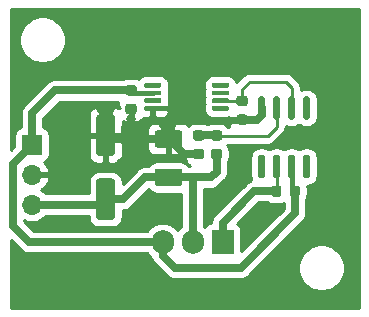
<source format=gbr>
%TF.GenerationSoftware,KiCad,Pcbnew,5.1.6-c6e7f7d~87~ubuntu18.04.1*%
%TF.CreationDate,2021-12-22T00:50:18-08:00*%
%TF.ProjectId,portable-voltage-regulator,706f7274-6162-46c6-952d-766f6c746167,rev?*%
%TF.SameCoordinates,Original*%
%TF.FileFunction,Copper,L1,Top*%
%TF.FilePolarity,Positive*%
%FSLAX46Y46*%
G04 Gerber Fmt 4.6, Leading zero omitted, Abs format (unit mm)*
G04 Created by KiCad (PCBNEW 5.1.6-c6e7f7d~87~ubuntu18.04.1) date 2021-12-22 00:50:18*
%MOMM*%
%LPD*%
G01*
G04 APERTURE LIST*
%TA.AperFunction,ComponentPad*%
%ADD10O,1.905000X2.000000*%
%TD*%
%TA.AperFunction,ComponentPad*%
%ADD11R,1.905000X2.000000*%
%TD*%
%TA.AperFunction,ComponentPad*%
%ADD12O,1.700000X1.700000*%
%TD*%
%TA.AperFunction,ComponentPad*%
%ADD13R,1.700000X1.700000*%
%TD*%
%TA.AperFunction,ViaPad*%
%ADD14C,0.800000*%
%TD*%
%TA.AperFunction,Conductor*%
%ADD15C,0.381000*%
%TD*%
%TA.AperFunction,Conductor*%
%ADD16C,0.635000*%
%TD*%
%TA.AperFunction,Conductor*%
%ADD17C,0.254000*%
%TD*%
G04 APERTURE END LIST*
%TO.P,U2,8*%
%TO.N,Net-(U2-Pad8)*%
%TA.AperFunction,SMDPad,CuDef*%
G36*
G01*
X165458000Y-96877000D02*
X165758000Y-96877000D01*
G75*
G02*
X165908000Y-97027000I0J-150000D01*
G01*
X165908000Y-98677000D01*
G75*
G02*
X165758000Y-98827000I-150000J0D01*
G01*
X165458000Y-98827000D01*
G75*
G02*
X165308000Y-98677000I0J150000D01*
G01*
X165308000Y-97027000D01*
G75*
G02*
X165458000Y-96877000I150000J0D01*
G01*
G37*
%TD.AperFunction*%
%TO.P,U2,7*%
%TO.N,+9V*%
%TA.AperFunction,SMDPad,CuDef*%
G36*
G01*
X164188000Y-96877000D02*
X164488000Y-96877000D01*
G75*
G02*
X164638000Y-97027000I0J-150000D01*
G01*
X164638000Y-98677000D01*
G75*
G02*
X164488000Y-98827000I-150000J0D01*
G01*
X164188000Y-98827000D01*
G75*
G02*
X164038000Y-98677000I0J150000D01*
G01*
X164038000Y-97027000D01*
G75*
G02*
X164188000Y-96877000I150000J0D01*
G01*
G37*
%TD.AperFunction*%
%TO.P,U2,6*%
%TO.N,Net-(Q1-Pad1)*%
%TA.AperFunction,SMDPad,CuDef*%
G36*
G01*
X162918000Y-96877000D02*
X163218000Y-96877000D01*
G75*
G02*
X163368000Y-97027000I0J-150000D01*
G01*
X163368000Y-98677000D01*
G75*
G02*
X163218000Y-98827000I-150000J0D01*
G01*
X162918000Y-98827000D01*
G75*
G02*
X162768000Y-98677000I0J150000D01*
G01*
X162768000Y-97027000D01*
G75*
G02*
X162918000Y-96877000I150000J0D01*
G01*
G37*
%TD.AperFunction*%
%TO.P,U2,5*%
%TO.N,Net-(U2-Pad5)*%
%TA.AperFunction,SMDPad,CuDef*%
G36*
G01*
X161648000Y-96877000D02*
X161948000Y-96877000D01*
G75*
G02*
X162098000Y-97027000I0J-150000D01*
G01*
X162098000Y-98677000D01*
G75*
G02*
X161948000Y-98827000I-150000J0D01*
G01*
X161648000Y-98827000D01*
G75*
G02*
X161498000Y-98677000I0J150000D01*
G01*
X161498000Y-97027000D01*
G75*
G02*
X161648000Y-96877000I150000J0D01*
G01*
G37*
%TD.AperFunction*%
%TO.P,U2,4*%
%TO.N,GND*%
%TA.AperFunction,SMDPad,CuDef*%
G36*
G01*
X161648000Y-91927000D02*
X161948000Y-91927000D01*
G75*
G02*
X162098000Y-92077000I0J-150000D01*
G01*
X162098000Y-93727000D01*
G75*
G02*
X161948000Y-93877000I-150000J0D01*
G01*
X161648000Y-93877000D01*
G75*
G02*
X161498000Y-93727000I0J150000D01*
G01*
X161498000Y-92077000D01*
G75*
G02*
X161648000Y-91927000I150000J0D01*
G01*
G37*
%TD.AperFunction*%
%TO.P,U2,3*%
%TO.N,Net-(R1-Pad1)*%
%TA.AperFunction,SMDPad,CuDef*%
G36*
G01*
X162918000Y-91927000D02*
X163218000Y-91927000D01*
G75*
G02*
X163368000Y-92077000I0J-150000D01*
G01*
X163368000Y-93727000D01*
G75*
G02*
X163218000Y-93877000I-150000J0D01*
G01*
X162918000Y-93877000D01*
G75*
G02*
X162768000Y-93727000I0J150000D01*
G01*
X162768000Y-92077000D01*
G75*
G02*
X162918000Y-91927000I150000J0D01*
G01*
G37*
%TD.AperFunction*%
%TO.P,U2,2*%
%TO.N,Net-(C4-Pad1)*%
%TA.AperFunction,SMDPad,CuDef*%
G36*
G01*
X164188000Y-91927000D02*
X164488000Y-91927000D01*
G75*
G02*
X164638000Y-92077000I0J-150000D01*
G01*
X164638000Y-93727000D01*
G75*
G02*
X164488000Y-93877000I-150000J0D01*
G01*
X164188000Y-93877000D01*
G75*
G02*
X164038000Y-93727000I0J150000D01*
G01*
X164038000Y-92077000D01*
G75*
G02*
X164188000Y-91927000I150000J0D01*
G01*
G37*
%TD.AperFunction*%
%TO.P,U2,1*%
%TO.N,Net-(U2-Pad1)*%
%TA.AperFunction,SMDPad,CuDef*%
G36*
G01*
X165458000Y-91927000D02*
X165758000Y-91927000D01*
G75*
G02*
X165908000Y-92077000I0J-150000D01*
G01*
X165908000Y-93727000D01*
G75*
G02*
X165758000Y-93877000I-150000J0D01*
G01*
X165458000Y-93877000D01*
G75*
G02*
X165308000Y-93727000I0J150000D01*
G01*
X165308000Y-92077000D01*
G75*
G02*
X165458000Y-91927000I150000J0D01*
G01*
G37*
%TD.AperFunction*%
%TD*%
%TO.P,C2,2*%
%TO.N,GND*%
%TA.AperFunction,SMDPad,CuDef*%
G36*
G01*
X149140000Y-96967000D02*
X148040000Y-96967000D01*
G75*
G02*
X147790000Y-96717000I0J250000D01*
G01*
X147790000Y-93717000D01*
G75*
G02*
X148040000Y-93467000I250000J0D01*
G01*
X149140000Y-93467000D01*
G75*
G02*
X149390000Y-93717000I0J-250000D01*
G01*
X149390000Y-96717000D01*
G75*
G02*
X149140000Y-96967000I-250000J0D01*
G01*
G37*
%TD.AperFunction*%
%TO.P,C2,1*%
%TO.N,/Vout*%
%TA.AperFunction,SMDPad,CuDef*%
G36*
G01*
X149140000Y-102367000D02*
X148040000Y-102367000D01*
G75*
G02*
X147790000Y-102117000I0J250000D01*
G01*
X147790000Y-99117000D01*
G75*
G02*
X148040000Y-98867000I250000J0D01*
G01*
X149140000Y-98867000D01*
G75*
G02*
X149390000Y-99117000I0J-250000D01*
G01*
X149390000Y-102117000D01*
G75*
G02*
X149140000Y-102367000I-250000J0D01*
G01*
G37*
%TD.AperFunction*%
%TD*%
%TO.P,U1,8*%
%TO.N,Net-(U1-Pad8)*%
%TA.AperFunction,SMDPad,CuDef*%
G36*
G01*
X157573000Y-91073000D02*
X157573000Y-90873000D01*
G75*
G02*
X157673000Y-90773000I100000J0D01*
G01*
X158948000Y-90773000D01*
G75*
G02*
X159048000Y-90873000I0J-100000D01*
G01*
X159048000Y-91073000D01*
G75*
G02*
X158948000Y-91173000I-100000J0D01*
G01*
X157673000Y-91173000D01*
G75*
G02*
X157573000Y-91073000I0J100000D01*
G01*
G37*
%TD.AperFunction*%
%TO.P,U1,7*%
%TO.N,Net-(U1-Pad7)*%
%TA.AperFunction,SMDPad,CuDef*%
G36*
G01*
X157573000Y-91723000D02*
X157573000Y-91523000D01*
G75*
G02*
X157673000Y-91423000I100000J0D01*
G01*
X158948000Y-91423000D01*
G75*
G02*
X159048000Y-91523000I0J-100000D01*
G01*
X159048000Y-91723000D01*
G75*
G02*
X158948000Y-91823000I-100000J0D01*
G01*
X157673000Y-91823000D01*
G75*
G02*
X157573000Y-91723000I0J100000D01*
G01*
G37*
%TD.AperFunction*%
%TO.P,U1,6*%
%TO.N,Net-(C4-Pad1)*%
%TA.AperFunction,SMDPad,CuDef*%
G36*
G01*
X157573000Y-92373000D02*
X157573000Y-92173000D01*
G75*
G02*
X157673000Y-92073000I100000J0D01*
G01*
X158948000Y-92073000D01*
G75*
G02*
X159048000Y-92173000I0J-100000D01*
G01*
X159048000Y-92373000D01*
G75*
G02*
X158948000Y-92473000I-100000J0D01*
G01*
X157673000Y-92473000D01*
G75*
G02*
X157573000Y-92373000I0J100000D01*
G01*
G37*
%TD.AperFunction*%
%TO.P,U1,5*%
%TO.N,Net-(U1-Pad5)*%
%TA.AperFunction,SMDPad,CuDef*%
G36*
G01*
X157573000Y-93023000D02*
X157573000Y-92823000D01*
G75*
G02*
X157673000Y-92723000I100000J0D01*
G01*
X158948000Y-92723000D01*
G75*
G02*
X159048000Y-92823000I0J-100000D01*
G01*
X159048000Y-93023000D01*
G75*
G02*
X158948000Y-93123000I-100000J0D01*
G01*
X157673000Y-93123000D01*
G75*
G02*
X157573000Y-93023000I0J100000D01*
G01*
G37*
%TD.AperFunction*%
%TO.P,U1,4*%
%TO.N,GND*%
%TA.AperFunction,SMDPad,CuDef*%
G36*
G01*
X151848000Y-93023000D02*
X151848000Y-92823000D01*
G75*
G02*
X151948000Y-92723000I100000J0D01*
G01*
X153223000Y-92723000D01*
G75*
G02*
X153323000Y-92823000I0J-100000D01*
G01*
X153323000Y-93023000D01*
G75*
G02*
X153223000Y-93123000I-100000J0D01*
G01*
X151948000Y-93123000D01*
G75*
G02*
X151848000Y-93023000I0J100000D01*
G01*
G37*
%TD.AperFunction*%
%TO.P,U1,3*%
%TO.N,Net-(U1-Pad3)*%
%TA.AperFunction,SMDPad,CuDef*%
G36*
G01*
X151848000Y-92373000D02*
X151848000Y-92173000D01*
G75*
G02*
X151948000Y-92073000I100000J0D01*
G01*
X153223000Y-92073000D01*
G75*
G02*
X153323000Y-92173000I0J-100000D01*
G01*
X153323000Y-92373000D01*
G75*
G02*
X153223000Y-92473000I-100000J0D01*
G01*
X151948000Y-92473000D01*
G75*
G02*
X151848000Y-92373000I0J100000D01*
G01*
G37*
%TD.AperFunction*%
%TO.P,U1,2*%
%TO.N,+9V*%
%TA.AperFunction,SMDPad,CuDef*%
G36*
G01*
X151848000Y-91723000D02*
X151848000Y-91523000D01*
G75*
G02*
X151948000Y-91423000I100000J0D01*
G01*
X153223000Y-91423000D01*
G75*
G02*
X153323000Y-91523000I0J-100000D01*
G01*
X153323000Y-91723000D01*
G75*
G02*
X153223000Y-91823000I-100000J0D01*
G01*
X151948000Y-91823000D01*
G75*
G02*
X151848000Y-91723000I0J100000D01*
G01*
G37*
%TD.AperFunction*%
%TO.P,U1,1*%
%TO.N,Net-(U1-Pad1)*%
%TA.AperFunction,SMDPad,CuDef*%
G36*
G01*
X151848000Y-91073000D02*
X151848000Y-90873000D01*
G75*
G02*
X151948000Y-90773000I100000J0D01*
G01*
X153223000Y-90773000D01*
G75*
G02*
X153323000Y-90873000I0J-100000D01*
G01*
X153323000Y-91073000D01*
G75*
G02*
X153223000Y-91173000I-100000J0D01*
G01*
X151948000Y-91173000D01*
G75*
G02*
X151848000Y-91073000I0J100000D01*
G01*
G37*
%TD.AperFunction*%
%TD*%
D10*
%TO.P,Q1,3*%
%TO.N,+9V*%
X153416000Y-104267000D03*
%TO.P,Q1,2*%
%TO.N,/Vout*%
X155956000Y-104267000D03*
D11*
%TO.P,Q1,1*%
%TO.N,Net-(Q1-Pad1)*%
X158496000Y-104267000D03*
%TD*%
D12*
%TO.P,J1,3*%
%TO.N,/Vout*%
X142367000Y-101092000D03*
%TO.P,J1,2*%
%TO.N,GND*%
X142367000Y-98552000D03*
D13*
%TO.P,J1,1*%
%TO.N,+9V*%
X142367000Y-96012000D03*
%TD*%
%TO.P,C4,2*%
%TO.N,GND*%
%TA.AperFunction,SMDPad,CuDef*%
G36*
G01*
X159890750Y-93441000D02*
X160403250Y-93441000D01*
G75*
G02*
X160622000Y-93659750I0J-218750D01*
G01*
X160622000Y-94097250D01*
G75*
G02*
X160403250Y-94316000I-218750J0D01*
G01*
X159890750Y-94316000D01*
G75*
G02*
X159672000Y-94097250I0J218750D01*
G01*
X159672000Y-93659750D01*
G75*
G02*
X159890750Y-93441000I218750J0D01*
G01*
G37*
%TD.AperFunction*%
%TO.P,C4,1*%
%TO.N,Net-(C4-Pad1)*%
%TA.AperFunction,SMDPad,CuDef*%
G36*
G01*
X159890750Y-91866000D02*
X160403250Y-91866000D01*
G75*
G02*
X160622000Y-92084750I0J-218750D01*
G01*
X160622000Y-92522250D01*
G75*
G02*
X160403250Y-92741000I-218750J0D01*
G01*
X159890750Y-92741000D01*
G75*
G02*
X159672000Y-92522250I0J218750D01*
G01*
X159672000Y-92084750D01*
G75*
G02*
X159890750Y-91866000I218750J0D01*
G01*
G37*
%TD.AperFunction*%
%TD*%
%TO.P,C3,2*%
%TO.N,GND*%
%TA.AperFunction,SMDPad,CuDef*%
G36*
G01*
X150492750Y-92552000D02*
X151005250Y-92552000D01*
G75*
G02*
X151224000Y-92770750I0J-218750D01*
G01*
X151224000Y-93208250D01*
G75*
G02*
X151005250Y-93427000I-218750J0D01*
G01*
X150492750Y-93427000D01*
G75*
G02*
X150274000Y-93208250I0J218750D01*
G01*
X150274000Y-92770750D01*
G75*
G02*
X150492750Y-92552000I218750J0D01*
G01*
G37*
%TD.AperFunction*%
%TO.P,C3,1*%
%TO.N,+9V*%
%TA.AperFunction,SMDPad,CuDef*%
G36*
G01*
X150492750Y-90977000D02*
X151005250Y-90977000D01*
G75*
G02*
X151224000Y-91195750I0J-218750D01*
G01*
X151224000Y-91633250D01*
G75*
G02*
X151005250Y-91852000I-218750J0D01*
G01*
X150492750Y-91852000D01*
G75*
G02*
X150274000Y-91633250I0J218750D01*
G01*
X150274000Y-91195750D01*
G75*
G02*
X150492750Y-90977000I218750J0D01*
G01*
G37*
%TD.AperFunction*%
%TD*%
%TO.P,C1,2*%
%TO.N,GND*%
%TA.AperFunction,SMDPad,CuDef*%
G36*
G01*
X154849000Y-96280000D02*
X152999000Y-96280000D01*
G75*
G02*
X152749000Y-96030000I0J250000D01*
G01*
X152749000Y-95030000D01*
G75*
G02*
X152999000Y-94780000I250000J0D01*
G01*
X154849000Y-94780000D01*
G75*
G02*
X155099000Y-95030000I0J-250000D01*
G01*
X155099000Y-96030000D01*
G75*
G02*
X154849000Y-96280000I-250000J0D01*
G01*
G37*
%TD.AperFunction*%
%TO.P,C1,1*%
%TO.N,/Vout*%
%TA.AperFunction,SMDPad,CuDef*%
G36*
G01*
X154849000Y-99530000D02*
X152999000Y-99530000D01*
G75*
G02*
X152749000Y-99280000I0J250000D01*
G01*
X152749000Y-98280000D01*
G75*
G02*
X152999000Y-98030000I250000J0D01*
G01*
X154849000Y-98030000D01*
G75*
G02*
X155099000Y-98280000I0J-250000D01*
G01*
X155099000Y-99280000D01*
G75*
G02*
X154849000Y-99530000I-250000J0D01*
G01*
G37*
%TD.AperFunction*%
%TD*%
%TO.P,R3,2*%
%TO.N,Net-(Q1-Pad1)*%
%TA.AperFunction,SMDPad,CuDef*%
G36*
G01*
X163480000Y-99692750D02*
X163480000Y-100205250D01*
G75*
G02*
X163261250Y-100424000I-218750J0D01*
G01*
X162823750Y-100424000D01*
G75*
G02*
X162605000Y-100205250I0J218750D01*
G01*
X162605000Y-99692750D01*
G75*
G02*
X162823750Y-99474000I218750J0D01*
G01*
X163261250Y-99474000D01*
G75*
G02*
X163480000Y-99692750I0J-218750D01*
G01*
G37*
%TD.AperFunction*%
%TO.P,R3,1*%
%TO.N,+9V*%
%TA.AperFunction,SMDPad,CuDef*%
G36*
G01*
X165055000Y-99692750D02*
X165055000Y-100205250D01*
G75*
G02*
X164836250Y-100424000I-218750J0D01*
G01*
X164398750Y-100424000D01*
G75*
G02*
X164180000Y-100205250I0J218750D01*
G01*
X164180000Y-99692750D01*
G75*
G02*
X164398750Y-99474000I218750J0D01*
G01*
X164836250Y-99474000D01*
G75*
G02*
X165055000Y-99692750I0J-218750D01*
G01*
G37*
%TD.AperFunction*%
%TD*%
%TO.P,R2,2*%
%TO.N,Net-(R1-Pad1)*%
%TA.AperFunction,SMDPad,CuDef*%
G36*
G01*
X158244250Y-95662000D02*
X157731750Y-95662000D01*
G75*
G02*
X157513000Y-95443250I0J218750D01*
G01*
X157513000Y-95005750D01*
G75*
G02*
X157731750Y-94787000I218750J0D01*
G01*
X158244250Y-94787000D01*
G75*
G02*
X158463000Y-95005750I0J-218750D01*
G01*
X158463000Y-95443250D01*
G75*
G02*
X158244250Y-95662000I-218750J0D01*
G01*
G37*
%TD.AperFunction*%
%TO.P,R2,1*%
%TO.N,/Vout*%
%TA.AperFunction,SMDPad,CuDef*%
G36*
G01*
X158244250Y-97237000D02*
X157731750Y-97237000D01*
G75*
G02*
X157513000Y-97018250I0J218750D01*
G01*
X157513000Y-96580750D01*
G75*
G02*
X157731750Y-96362000I218750J0D01*
G01*
X158244250Y-96362000D01*
G75*
G02*
X158463000Y-96580750I0J-218750D01*
G01*
X158463000Y-97018250D01*
G75*
G02*
X158244250Y-97237000I-218750J0D01*
G01*
G37*
%TD.AperFunction*%
%TD*%
%TO.P,R1,2*%
%TO.N,GND*%
%TA.AperFunction,SMDPad,CuDef*%
G36*
G01*
X156207750Y-96362000D02*
X156720250Y-96362000D01*
G75*
G02*
X156939000Y-96580750I0J-218750D01*
G01*
X156939000Y-97018250D01*
G75*
G02*
X156720250Y-97237000I-218750J0D01*
G01*
X156207750Y-97237000D01*
G75*
G02*
X155989000Y-97018250I0J218750D01*
G01*
X155989000Y-96580750D01*
G75*
G02*
X156207750Y-96362000I218750J0D01*
G01*
G37*
%TD.AperFunction*%
%TO.P,R1,1*%
%TO.N,Net-(R1-Pad1)*%
%TA.AperFunction,SMDPad,CuDef*%
G36*
G01*
X156207750Y-94787000D02*
X156720250Y-94787000D01*
G75*
G02*
X156939000Y-95005750I0J-218750D01*
G01*
X156939000Y-95443250D01*
G75*
G02*
X156720250Y-95662000I-218750J0D01*
G01*
X156207750Y-95662000D01*
G75*
G02*
X155989000Y-95443250I0J218750D01*
G01*
X155989000Y-95005750D01*
G75*
G02*
X156207750Y-94787000I218750J0D01*
G01*
G37*
%TD.AperFunction*%
%TD*%
D14*
%TO.N,GND*%
X159004000Y-93980000D03*
X153416000Y-94234000D03*
X154178000Y-94234000D03*
X148209000Y-92964000D03*
X148971000Y-92964000D03*
X150749000Y-93853000D03*
X154178000Y-92964000D03*
X164846000Y-95758000D03*
X155194000Y-96774000D03*
X162052000Y-102108000D03*
X153924000Y-101854000D03*
X149860000Y-97536000D03*
X150876000Y-97282000D03*
X146304000Y-97790000D03*
X141732000Y-91440000D03*
X146558000Y-106172000D03*
X142494000Y-106426000D03*
X145542000Y-102616000D03*
X146050000Y-95758000D03*
X163068000Y-88138000D03*
X168656000Y-89408000D03*
X169164000Y-98044000D03*
X166878000Y-103124000D03*
X149352000Y-106934000D03*
X157988000Y-87122000D03*
X148844000Y-88392000D03*
X144272000Y-93472000D03*
X146812000Y-89662000D03*
X152908000Y-88646000D03*
X150876000Y-86360000D03*
X155702000Y-91186000D03*
X155448000Y-87122000D03*
X168910000Y-93726000D03*
X151892000Y-102108000D03*
%TD*%
D15*
%TO.N,GND*%
X148971000Y-94836000D02*
X148590000Y-95217000D01*
X148971000Y-92964000D02*
X148971000Y-94836000D01*
X148209000Y-94836000D02*
X148590000Y-95217000D01*
X148209000Y-92964000D02*
X148209000Y-94836000D01*
X150749000Y-93853000D02*
X150749000Y-92989500D01*
X154137000Y-92923000D02*
X154178000Y-92964000D01*
X152585500Y-92923000D02*
X154137000Y-92923000D01*
X153543000Y-95149000D02*
X153924000Y-95530000D01*
X153416000Y-94234000D02*
X153416000Y-95149000D01*
X154305000Y-95149000D02*
X153924000Y-95530000D01*
X154178000Y-94234000D02*
X154178000Y-95149000D01*
X160045500Y-93980000D02*
X160147000Y-93878500D01*
X159004000Y-93980000D02*
X160045500Y-93980000D01*
D16*
X148903000Y-95530000D02*
X148590000Y-95217000D01*
X153924000Y-95530000D02*
X148903000Y-95530000D01*
X155193500Y-96799500D02*
X153924000Y-95530000D01*
X156464000Y-96799500D02*
X155193500Y-96799500D01*
X161391500Y-93878500D02*
X160147000Y-93878500D01*
X161798000Y-92902000D02*
X161798000Y-93472000D01*
X161798000Y-93472000D02*
X161391500Y-93878500D01*
%TO.N,/Vout*%
X155956000Y-98780000D02*
X155956000Y-104267000D01*
X155956000Y-98780000D02*
X151918000Y-98780000D01*
X150081000Y-100617000D02*
X148590000Y-100617000D01*
X151918000Y-98780000D02*
X150081000Y-100617000D01*
X148115000Y-101092000D02*
X148590000Y-100617000D01*
X142367000Y-101092000D02*
X148115000Y-101092000D01*
X155956000Y-98780000D02*
X157506000Y-98780000D01*
X157988000Y-98298000D02*
X157988000Y-96799500D01*
X157506000Y-98780000D02*
X157988000Y-98298000D01*
D17*
%TO.N,Net-(Q1-Pad1)*%
X163068000Y-99923500D02*
X163042500Y-99949000D01*
X163068000Y-97852000D02*
X163068000Y-99923500D01*
D16*
X158496000Y-102616000D02*
X158496000Y-104267000D01*
X163042500Y-99949000D02*
X161163000Y-99949000D01*
X161163000Y-99949000D02*
X158496000Y-102616000D01*
D15*
%TO.N,+9V*%
X150957500Y-91623000D02*
X150749000Y-91414500D01*
X152585500Y-91623000D02*
X150957500Y-91623000D01*
X164338000Y-99669500D02*
X164617500Y-99949000D01*
X164338000Y-97852000D02*
X164338000Y-99669500D01*
D16*
X150749000Y-91414500D02*
X144297500Y-91414500D01*
X142367000Y-93345000D02*
X142367000Y-96012000D01*
X144297500Y-91414500D02*
X142367000Y-93345000D01*
X142113000Y-104267000D02*
X153416000Y-104267000D01*
X140716000Y-102870000D02*
X142113000Y-104267000D01*
X142367000Y-96012000D02*
X140716000Y-97663000D01*
X140716000Y-97663000D02*
X140716000Y-102870000D01*
X153416000Y-105410000D02*
X153416000Y-104267000D01*
X154432000Y-106426000D02*
X153416000Y-105410000D01*
X160020000Y-106426000D02*
X154432000Y-106426000D01*
X164617500Y-99949000D02*
X164617500Y-101828500D01*
X164617500Y-101828500D02*
X160020000Y-106426000D01*
D17*
%TO.N,Net-(C4-Pad1)*%
X160116500Y-92273000D02*
X160147000Y-92303500D01*
X158310500Y-92273000D02*
X160116500Y-92273000D01*
X164338000Y-92902000D02*
X164338000Y-91186000D01*
X164338000Y-91186000D02*
X163830000Y-90678000D01*
X163830000Y-90678000D02*
X160782000Y-90678000D01*
X160147000Y-91313000D02*
X160147000Y-92303500D01*
X160782000Y-90678000D02*
X160147000Y-91313000D01*
D16*
%TO.N,Net-(R1-Pad1)*%
X157988000Y-95224500D02*
X156464000Y-95224500D01*
D17*
X158013500Y-95250000D02*
X157988000Y-95224500D01*
X162306000Y-95250000D02*
X158013500Y-95250000D01*
X163068000Y-92902000D02*
X163068000Y-94488000D01*
X163068000Y-94488000D02*
X162306000Y-95250000D01*
%TD*%
%TO.N,GND*%
G36*
X170028000Y-109830000D02*
G01*
X140614000Y-109830000D01*
X140614000Y-104115038D01*
X141406393Y-104907431D01*
X141436222Y-104943778D01*
X141581259Y-105062806D01*
X141746731Y-105151252D01*
X141909854Y-105200735D01*
X141926277Y-105205717D01*
X142112999Y-105224108D01*
X142159784Y-105219500D01*
X152105056Y-105219500D01*
X152288037Y-105442463D01*
X152477708Y-105598123D01*
X152531748Y-105776268D01*
X152620194Y-105941741D01*
X152739222Y-106086778D01*
X152775569Y-106116607D01*
X153725397Y-107066436D01*
X153755222Y-107102778D01*
X153900259Y-107221806D01*
X154065731Y-107310252D01*
X154245277Y-107364717D01*
X154432000Y-107383108D01*
X154478785Y-107378500D01*
X159973215Y-107378500D01*
X160020000Y-107383108D01*
X160066785Y-107378500D01*
X160206723Y-107364717D01*
X160386269Y-107310252D01*
X160551741Y-107221806D01*
X160696778Y-107102778D01*
X160726607Y-107066431D01*
X161562543Y-106230495D01*
X164893000Y-106230495D01*
X164893000Y-106621505D01*
X164969282Y-107005003D01*
X165118915Y-107366250D01*
X165336149Y-107691364D01*
X165612636Y-107967851D01*
X165937750Y-108185085D01*
X166298997Y-108334718D01*
X166682495Y-108411000D01*
X167073505Y-108411000D01*
X167457003Y-108334718D01*
X167818250Y-108185085D01*
X168143364Y-107967851D01*
X168419851Y-107691364D01*
X168637085Y-107366250D01*
X168786718Y-107005003D01*
X168863000Y-106621505D01*
X168863000Y-106230495D01*
X168786718Y-105846997D01*
X168637085Y-105485750D01*
X168419851Y-105160636D01*
X168143364Y-104884149D01*
X167818250Y-104666915D01*
X167457003Y-104517282D01*
X167073505Y-104441000D01*
X166682495Y-104441000D01*
X166298997Y-104517282D01*
X165937750Y-104666915D01*
X165612636Y-104884149D01*
X165336149Y-105160636D01*
X165118915Y-105485750D01*
X164969282Y-105846997D01*
X164893000Y-106230495D01*
X161562543Y-106230495D01*
X165257936Y-102535103D01*
X165294278Y-102505278D01*
X165413306Y-102360241D01*
X165501752Y-102194769D01*
X165556217Y-102015223D01*
X165570000Y-101875285D01*
X165574608Y-101828500D01*
X165570000Y-101781715D01*
X165570000Y-100641371D01*
X165627850Y-100533142D01*
X165676608Y-100372408D01*
X165693072Y-100205250D01*
X165693072Y-99692750D01*
X165676608Y-99525592D01*
X165658250Y-99465072D01*
X165758000Y-99465072D01*
X165911745Y-99449929D01*
X166059582Y-99405084D01*
X166195829Y-99332258D01*
X166315251Y-99234251D01*
X166413258Y-99114829D01*
X166486084Y-98978582D01*
X166530929Y-98830745D01*
X166546072Y-98677000D01*
X166546072Y-97027000D01*
X166530929Y-96873255D01*
X166486084Y-96725418D01*
X166413258Y-96589171D01*
X166315251Y-96469749D01*
X166195829Y-96371742D01*
X166059582Y-96298916D01*
X165911745Y-96254071D01*
X165758000Y-96238928D01*
X165458000Y-96238928D01*
X165304255Y-96254071D01*
X165156418Y-96298916D01*
X165020171Y-96371742D01*
X164973000Y-96410454D01*
X164925829Y-96371742D01*
X164789582Y-96298916D01*
X164641745Y-96254071D01*
X164488000Y-96238928D01*
X164188000Y-96238928D01*
X164034255Y-96254071D01*
X163886418Y-96298916D01*
X163750171Y-96371742D01*
X163703000Y-96410454D01*
X163655829Y-96371742D01*
X163519582Y-96298916D01*
X163371745Y-96254071D01*
X163218000Y-96238928D01*
X162918000Y-96238928D01*
X162764255Y-96254071D01*
X162616418Y-96298916D01*
X162480171Y-96371742D01*
X162433000Y-96410454D01*
X162385829Y-96371742D01*
X162249582Y-96298916D01*
X162101745Y-96254071D01*
X161948000Y-96238928D01*
X161648000Y-96238928D01*
X161494255Y-96254071D01*
X161346418Y-96298916D01*
X161210171Y-96371742D01*
X161090749Y-96469749D01*
X160992742Y-96589171D01*
X160919916Y-96725418D01*
X160875071Y-96873255D01*
X160859928Y-97027000D01*
X160859928Y-98677000D01*
X160875071Y-98830745D01*
X160919916Y-98978582D01*
X160942360Y-99020572D01*
X160796731Y-99064748D01*
X160631259Y-99153194D01*
X160486222Y-99272222D01*
X160456393Y-99308569D01*
X157855569Y-101909393D01*
X157819222Y-101939222D01*
X157700194Y-102084259D01*
X157611748Y-102249732D01*
X157563741Y-102407990D01*
X157557283Y-102429278D01*
X157538892Y-102616000D01*
X157540197Y-102629253D01*
X157419018Y-102641188D01*
X157299320Y-102677498D01*
X157189006Y-102736463D01*
X157092315Y-102815815D01*
X157012963Y-102912506D01*
X156968095Y-102996446D01*
X156908500Y-102947538D01*
X156908500Y-99732500D01*
X157459215Y-99732500D01*
X157506000Y-99737108D01*
X157552785Y-99732500D01*
X157692723Y-99718717D01*
X157872269Y-99664252D01*
X158037741Y-99575806D01*
X158182778Y-99456778D01*
X158212607Y-99420431D01*
X158628431Y-99004607D01*
X158664778Y-98974778D01*
X158783806Y-98829741D01*
X158872252Y-98664269D01*
X158926717Y-98484723D01*
X158940500Y-98344785D01*
X158940500Y-98344784D01*
X158945108Y-98298000D01*
X158940500Y-98251215D01*
X158940500Y-97513980D01*
X158956671Y-97494275D01*
X159035850Y-97346142D01*
X159084608Y-97185408D01*
X159101072Y-97018250D01*
X159101072Y-96580750D01*
X159084608Y-96413592D01*
X159035850Y-96252858D01*
X158956671Y-96104725D01*
X158880574Y-96012000D01*
X162268577Y-96012000D01*
X162306000Y-96015686D01*
X162343423Y-96012000D01*
X162343426Y-96012000D01*
X162455378Y-96000974D01*
X162599015Y-95957402D01*
X162731392Y-95886645D01*
X162847422Y-95791422D01*
X162871284Y-95762347D01*
X163580351Y-95053280D01*
X163609422Y-95029422D01*
X163636772Y-94996096D01*
X163704645Y-94913393D01*
X163765731Y-94799108D01*
X163775402Y-94781015D01*
X163818974Y-94637378D01*
X163830000Y-94525426D01*
X163830000Y-94525423D01*
X163833686Y-94488000D01*
X163830000Y-94450577D01*
X163830000Y-94424928D01*
X163886418Y-94455084D01*
X164034255Y-94499929D01*
X164188000Y-94515072D01*
X164488000Y-94515072D01*
X164641745Y-94499929D01*
X164789582Y-94455084D01*
X164925829Y-94382258D01*
X164973000Y-94343546D01*
X165020171Y-94382258D01*
X165156418Y-94455084D01*
X165304255Y-94499929D01*
X165458000Y-94515072D01*
X165758000Y-94515072D01*
X165911745Y-94499929D01*
X166059582Y-94455084D01*
X166195829Y-94382258D01*
X166315251Y-94284251D01*
X166413258Y-94164829D01*
X166486084Y-94028582D01*
X166530929Y-93880745D01*
X166546072Y-93727000D01*
X166546072Y-92077000D01*
X166530929Y-91923255D01*
X166486084Y-91775418D01*
X166413258Y-91639171D01*
X166315251Y-91519749D01*
X166195829Y-91421742D01*
X166059582Y-91348916D01*
X165911745Y-91304071D01*
X165758000Y-91288928D01*
X165458000Y-91288928D01*
X165304255Y-91304071D01*
X165156418Y-91348916D01*
X165100000Y-91379072D01*
X165100000Y-91223415D01*
X165103685Y-91185999D01*
X165100000Y-91148583D01*
X165100000Y-91148574D01*
X165088974Y-91036622D01*
X165045402Y-90892985D01*
X165042529Y-90887609D01*
X165000748Y-90809444D01*
X164974645Y-90760608D01*
X164879422Y-90644578D01*
X164850346Y-90620716D01*
X164395284Y-90165654D01*
X164371422Y-90136578D01*
X164255392Y-90041355D01*
X164123015Y-89970598D01*
X163979378Y-89927026D01*
X163867426Y-89916000D01*
X163867423Y-89916000D01*
X163830000Y-89912314D01*
X163792577Y-89916000D01*
X160819423Y-89916000D01*
X160782000Y-89912314D01*
X160744577Y-89916000D01*
X160744574Y-89916000D01*
X160632622Y-89927026D01*
X160488985Y-89970598D01*
X160427364Y-90003535D01*
X160356607Y-90041355D01*
X160314219Y-90076143D01*
X160240578Y-90136578D01*
X160216716Y-90165654D01*
X159667578Y-90714792D01*
X159629890Y-90590552D01*
X159561684Y-90462949D01*
X159469896Y-90351104D01*
X159358051Y-90259316D01*
X159230448Y-90191110D01*
X159091991Y-90149110D01*
X158948000Y-90134928D01*
X157673000Y-90134928D01*
X157529009Y-90149110D01*
X157390552Y-90191110D01*
X157262949Y-90259316D01*
X157151104Y-90351104D01*
X157059316Y-90462949D01*
X156991110Y-90590552D01*
X156949110Y-90729009D01*
X156934928Y-90873000D01*
X156934928Y-91073000D01*
X156949110Y-91216991D01*
X156973684Y-91298000D01*
X156949110Y-91379009D01*
X156934928Y-91523000D01*
X156934928Y-91723000D01*
X156949110Y-91866991D01*
X156973684Y-91948000D01*
X156949110Y-92029009D01*
X156934928Y-92173000D01*
X156934928Y-92373000D01*
X156949110Y-92516991D01*
X156973684Y-92598000D01*
X156949110Y-92679009D01*
X156934928Y-92823000D01*
X156934928Y-93023000D01*
X156949110Y-93166991D01*
X156991110Y-93305448D01*
X157059316Y-93433051D01*
X157151104Y-93544896D01*
X157262949Y-93636684D01*
X157390552Y-93704890D01*
X157529009Y-93746890D01*
X157673000Y-93761072D01*
X158948000Y-93761072D01*
X159091991Y-93746890D01*
X159168064Y-93723814D01*
X159195750Y-93751500D01*
X160020000Y-93751500D01*
X160020000Y-93731500D01*
X160274000Y-93731500D01*
X160274000Y-93751500D01*
X160294000Y-93751500D01*
X160294000Y-94005500D01*
X160274000Y-94005500D01*
X160274000Y-94025500D01*
X160020000Y-94025500D01*
X160020000Y-94005500D01*
X159195750Y-94005500D01*
X159037000Y-94164250D01*
X159033928Y-94316000D01*
X159046188Y-94440482D01*
X159060602Y-94488000D01*
X158922428Y-94488000D01*
X158850115Y-94399885D01*
X158720275Y-94293329D01*
X158572142Y-94214150D01*
X158411408Y-94165392D01*
X158244250Y-94148928D01*
X157731750Y-94148928D01*
X157564592Y-94165392D01*
X157403858Y-94214150D01*
X157295629Y-94272000D01*
X157156371Y-94272000D01*
X157048142Y-94214150D01*
X156887408Y-94165392D01*
X156720250Y-94148928D01*
X156207750Y-94148928D01*
X156040592Y-94165392D01*
X155879858Y-94214150D01*
X155731725Y-94293329D01*
X155605844Y-94396636D01*
X155550185Y-94328815D01*
X155453494Y-94249463D01*
X155343180Y-94190498D01*
X155223482Y-94154188D01*
X155099000Y-94141928D01*
X154209750Y-94145000D01*
X154051000Y-94303750D01*
X154051000Y-95403000D01*
X154071000Y-95403000D01*
X154071000Y-95657000D01*
X154051000Y-95657000D01*
X154051000Y-96756250D01*
X154209750Y-96915000D01*
X155099000Y-96918072D01*
X155223482Y-96905812D01*
X155343180Y-96869502D01*
X155354000Y-96863718D01*
X155354000Y-96926502D01*
X155512748Y-96926502D01*
X155354000Y-97085250D01*
X155350928Y-97237000D01*
X155363188Y-97361482D01*
X155399498Y-97481180D01*
X155458463Y-97591494D01*
X155537815Y-97688185D01*
X155634506Y-97767537D01*
X155744820Y-97826502D01*
X155748110Y-97827500D01*
X155609259Y-97827500D01*
X155587405Y-97786614D01*
X155476962Y-97652038D01*
X155342386Y-97541595D01*
X155188850Y-97459528D01*
X155022254Y-97408992D01*
X154849000Y-97391928D01*
X152999000Y-97391928D01*
X152825746Y-97408992D01*
X152659150Y-97459528D01*
X152505614Y-97541595D01*
X152371038Y-97652038D01*
X152260595Y-97786614D01*
X152238741Y-97827500D01*
X151964784Y-97827500D01*
X151917999Y-97822892D01*
X151731277Y-97841283D01*
X151551731Y-97895748D01*
X151386259Y-97984194D01*
X151241222Y-98103222D01*
X151211393Y-98139569D01*
X150028072Y-99322890D01*
X150028072Y-99117000D01*
X150011008Y-98943746D01*
X149960472Y-98777150D01*
X149878405Y-98623614D01*
X149767962Y-98489038D01*
X149633386Y-98378595D01*
X149479850Y-98296528D01*
X149313254Y-98245992D01*
X149140000Y-98228928D01*
X148040000Y-98228928D01*
X147866746Y-98245992D01*
X147700150Y-98296528D01*
X147546614Y-98378595D01*
X147412038Y-98489038D01*
X147301595Y-98623614D01*
X147219528Y-98777150D01*
X147168992Y-98943746D01*
X147151928Y-99117000D01*
X147151928Y-100139500D01*
X143514607Y-100139500D01*
X143313632Y-99938525D01*
X143131466Y-99816805D01*
X143248355Y-99747178D01*
X143464588Y-99552269D01*
X143638641Y-99318920D01*
X143763825Y-99056099D01*
X143808476Y-98908890D01*
X143687155Y-98679000D01*
X142494000Y-98679000D01*
X142494000Y-98699000D01*
X142240000Y-98699000D01*
X142240000Y-98679000D01*
X142220000Y-98679000D01*
X142220000Y-98425000D01*
X142240000Y-98425000D01*
X142240000Y-98405000D01*
X142494000Y-98405000D01*
X142494000Y-98425000D01*
X143687155Y-98425000D01*
X143808476Y-98195110D01*
X143763825Y-98047901D01*
X143638641Y-97785080D01*
X143464588Y-97551731D01*
X143380534Y-97475966D01*
X143461180Y-97451502D01*
X143571494Y-97392537D01*
X143668185Y-97313185D01*
X143747537Y-97216494D01*
X143806502Y-97106180D01*
X143842812Y-96986482D01*
X143844730Y-96967000D01*
X147151928Y-96967000D01*
X147164188Y-97091482D01*
X147200498Y-97211180D01*
X147259463Y-97321494D01*
X147338815Y-97418185D01*
X147435506Y-97497537D01*
X147545820Y-97556502D01*
X147665518Y-97592812D01*
X147790000Y-97605072D01*
X148304250Y-97602000D01*
X148463000Y-97443250D01*
X148463000Y-95344000D01*
X148717000Y-95344000D01*
X148717000Y-97443250D01*
X148875750Y-97602000D01*
X149390000Y-97605072D01*
X149514482Y-97592812D01*
X149634180Y-97556502D01*
X149744494Y-97497537D01*
X149841185Y-97418185D01*
X149920537Y-97321494D01*
X149979502Y-97211180D01*
X150015812Y-97091482D01*
X150028072Y-96967000D01*
X150026631Y-96280000D01*
X152110928Y-96280000D01*
X152123188Y-96404482D01*
X152159498Y-96524180D01*
X152218463Y-96634494D01*
X152297815Y-96731185D01*
X152394506Y-96810537D01*
X152504820Y-96869502D01*
X152624518Y-96905812D01*
X152749000Y-96918072D01*
X153638250Y-96915000D01*
X153797000Y-96756250D01*
X153797000Y-95657000D01*
X152272750Y-95657000D01*
X152114000Y-95815750D01*
X152110928Y-96280000D01*
X150026631Y-96280000D01*
X150025000Y-95502750D01*
X149866250Y-95344000D01*
X148717000Y-95344000D01*
X148463000Y-95344000D01*
X147313750Y-95344000D01*
X147155000Y-95502750D01*
X147151928Y-96967000D01*
X143844730Y-96967000D01*
X143855072Y-96862000D01*
X143855072Y-95162000D01*
X143842812Y-95037518D01*
X143806502Y-94917820D01*
X143747537Y-94807506D01*
X143668185Y-94710815D01*
X143571494Y-94631463D01*
X143461180Y-94572498D01*
X143341482Y-94536188D01*
X143319500Y-94534023D01*
X143319500Y-93739538D01*
X143592038Y-93467000D01*
X147151928Y-93467000D01*
X147155000Y-94931250D01*
X147313750Y-95090000D01*
X148463000Y-95090000D01*
X148463000Y-92990750D01*
X148304250Y-92832000D01*
X147790000Y-92828928D01*
X147665518Y-92841188D01*
X147545820Y-92877498D01*
X147435506Y-92936463D01*
X147338815Y-93015815D01*
X147259463Y-93112506D01*
X147200498Y-93222820D01*
X147164188Y-93342518D01*
X147151928Y-93467000D01*
X143592038Y-93467000D01*
X144692039Y-92367000D01*
X149666546Y-92367000D01*
X149648188Y-92427518D01*
X149635928Y-92552000D01*
X149639000Y-92703750D01*
X149797748Y-92862498D01*
X149639000Y-92862498D01*
X149639000Y-92880074D01*
X149634180Y-92877498D01*
X149514482Y-92841188D01*
X149390000Y-92828928D01*
X148875750Y-92832000D01*
X148717000Y-92990750D01*
X148717000Y-95090000D01*
X149866250Y-95090000D01*
X150025000Y-94931250D01*
X150025317Y-94780000D01*
X152110928Y-94780000D01*
X152114000Y-95244250D01*
X152272750Y-95403000D01*
X153797000Y-95403000D01*
X153797000Y-94303750D01*
X153638250Y-94145000D01*
X152749000Y-94141928D01*
X152624518Y-94154188D01*
X152504820Y-94190498D01*
X152394506Y-94249463D01*
X152297815Y-94328815D01*
X152218463Y-94425506D01*
X152159498Y-94535820D01*
X152123188Y-94655518D01*
X152110928Y-94780000D01*
X150025317Y-94780000D01*
X150026922Y-94014953D01*
X150029820Y-94016502D01*
X150149518Y-94052812D01*
X150274000Y-94065072D01*
X150463250Y-94062000D01*
X150622000Y-93903250D01*
X150622000Y-93116500D01*
X150602000Y-93116500D01*
X150602000Y-92862500D01*
X150622000Y-92862500D01*
X150622000Y-92842500D01*
X150876000Y-92842500D01*
X150876000Y-92862500D01*
X150896000Y-92862500D01*
X150896000Y-93116500D01*
X150876000Y-93116500D01*
X150876000Y-93903250D01*
X151034750Y-94062000D01*
X151224000Y-94065072D01*
X151348482Y-94052812D01*
X151468180Y-94016502D01*
X151578494Y-93957537D01*
X151675185Y-93878185D01*
X151754537Y-93781494D01*
X151769419Y-93753653D01*
X151857600Y-93761000D01*
X152299750Y-93758000D01*
X152458500Y-93599250D01*
X152458500Y-93111072D01*
X152712500Y-93111072D01*
X152712500Y-93599250D01*
X152871250Y-93758000D01*
X153313400Y-93761000D01*
X153438052Y-93750614D01*
X153558282Y-93716109D01*
X153669471Y-93658811D01*
X153767346Y-93580922D01*
X153848144Y-93485436D01*
X153908761Y-93376021D01*
X153946868Y-93256883D01*
X153958000Y-93154750D01*
X153799250Y-92996000D01*
X153615622Y-92996000D01*
X153633051Y-92986684D01*
X153744896Y-92894896D01*
X153781741Y-92850000D01*
X153799250Y-92850000D01*
X153958000Y-92691250D01*
X153946868Y-92589117D01*
X153935650Y-92554045D01*
X153946890Y-92516991D01*
X153961072Y-92373000D01*
X153961072Y-92173000D01*
X153946890Y-92029009D01*
X153922316Y-91948000D01*
X153946890Y-91866991D01*
X153961072Y-91723000D01*
X153961072Y-91523000D01*
X153946890Y-91379009D01*
X153922316Y-91298000D01*
X153946890Y-91216991D01*
X153961072Y-91073000D01*
X153961072Y-90873000D01*
X153946890Y-90729009D01*
X153904890Y-90590552D01*
X153836684Y-90462949D01*
X153744896Y-90351104D01*
X153633051Y-90259316D01*
X153505448Y-90191110D01*
X153366991Y-90149110D01*
X153223000Y-90134928D01*
X151948000Y-90134928D01*
X151804009Y-90149110D01*
X151665552Y-90191110D01*
X151537949Y-90259316D01*
X151426104Y-90351104D01*
X151367499Y-90422514D01*
X151333142Y-90404150D01*
X151172408Y-90355392D01*
X151005250Y-90338928D01*
X150492750Y-90338928D01*
X150325592Y-90355392D01*
X150164858Y-90404150D01*
X150056629Y-90462000D01*
X144344284Y-90462000D01*
X144297499Y-90457392D01*
X144110777Y-90475783D01*
X143931231Y-90530248D01*
X143765759Y-90618694D01*
X143620722Y-90737722D01*
X143590897Y-90774064D01*
X141726569Y-92638393D01*
X141690222Y-92668222D01*
X141571194Y-92813259D01*
X141482748Y-92978732D01*
X141460711Y-93051378D01*
X141428283Y-93158278D01*
X141409892Y-93345000D01*
X141414500Y-93391785D01*
X141414500Y-94534023D01*
X141392518Y-94536188D01*
X141272820Y-94572498D01*
X141162506Y-94631463D01*
X141065815Y-94710815D01*
X140986463Y-94807506D01*
X140927498Y-94917820D01*
X140891188Y-95037518D01*
X140878928Y-95162000D01*
X140878928Y-96153034D01*
X140614000Y-96417962D01*
X140614000Y-86926495D01*
X141271000Y-86926495D01*
X141271000Y-87317505D01*
X141347282Y-87701003D01*
X141496915Y-88062250D01*
X141714149Y-88387364D01*
X141990636Y-88663851D01*
X142315750Y-88881085D01*
X142676997Y-89030718D01*
X143060495Y-89107000D01*
X143451505Y-89107000D01*
X143835003Y-89030718D01*
X144196250Y-88881085D01*
X144521364Y-88663851D01*
X144797851Y-88387364D01*
X145015085Y-88062250D01*
X145164718Y-87701003D01*
X145241000Y-87317505D01*
X145241000Y-86926495D01*
X145164718Y-86542997D01*
X145015085Y-86181750D01*
X144797851Y-85856636D01*
X144521364Y-85580149D01*
X144196250Y-85362915D01*
X143835003Y-85213282D01*
X143451505Y-85137000D01*
X143060495Y-85137000D01*
X142676997Y-85213282D01*
X142315750Y-85362915D01*
X141990636Y-85580149D01*
X141714149Y-85856636D01*
X141496915Y-86181750D01*
X141347282Y-86542997D01*
X141271000Y-86926495D01*
X140614000Y-86926495D01*
X140614000Y-84480000D01*
X170028001Y-84480000D01*
X170028000Y-109830000D01*
G37*
X170028000Y-109830000D02*
X140614000Y-109830000D01*
X140614000Y-104115038D01*
X141406393Y-104907431D01*
X141436222Y-104943778D01*
X141581259Y-105062806D01*
X141746731Y-105151252D01*
X141909854Y-105200735D01*
X141926277Y-105205717D01*
X142112999Y-105224108D01*
X142159784Y-105219500D01*
X152105056Y-105219500D01*
X152288037Y-105442463D01*
X152477708Y-105598123D01*
X152531748Y-105776268D01*
X152620194Y-105941741D01*
X152739222Y-106086778D01*
X152775569Y-106116607D01*
X153725397Y-107066436D01*
X153755222Y-107102778D01*
X153900259Y-107221806D01*
X154065731Y-107310252D01*
X154245277Y-107364717D01*
X154432000Y-107383108D01*
X154478785Y-107378500D01*
X159973215Y-107378500D01*
X160020000Y-107383108D01*
X160066785Y-107378500D01*
X160206723Y-107364717D01*
X160386269Y-107310252D01*
X160551741Y-107221806D01*
X160696778Y-107102778D01*
X160726607Y-107066431D01*
X161562543Y-106230495D01*
X164893000Y-106230495D01*
X164893000Y-106621505D01*
X164969282Y-107005003D01*
X165118915Y-107366250D01*
X165336149Y-107691364D01*
X165612636Y-107967851D01*
X165937750Y-108185085D01*
X166298997Y-108334718D01*
X166682495Y-108411000D01*
X167073505Y-108411000D01*
X167457003Y-108334718D01*
X167818250Y-108185085D01*
X168143364Y-107967851D01*
X168419851Y-107691364D01*
X168637085Y-107366250D01*
X168786718Y-107005003D01*
X168863000Y-106621505D01*
X168863000Y-106230495D01*
X168786718Y-105846997D01*
X168637085Y-105485750D01*
X168419851Y-105160636D01*
X168143364Y-104884149D01*
X167818250Y-104666915D01*
X167457003Y-104517282D01*
X167073505Y-104441000D01*
X166682495Y-104441000D01*
X166298997Y-104517282D01*
X165937750Y-104666915D01*
X165612636Y-104884149D01*
X165336149Y-105160636D01*
X165118915Y-105485750D01*
X164969282Y-105846997D01*
X164893000Y-106230495D01*
X161562543Y-106230495D01*
X165257936Y-102535103D01*
X165294278Y-102505278D01*
X165413306Y-102360241D01*
X165501752Y-102194769D01*
X165556217Y-102015223D01*
X165570000Y-101875285D01*
X165574608Y-101828500D01*
X165570000Y-101781715D01*
X165570000Y-100641371D01*
X165627850Y-100533142D01*
X165676608Y-100372408D01*
X165693072Y-100205250D01*
X165693072Y-99692750D01*
X165676608Y-99525592D01*
X165658250Y-99465072D01*
X165758000Y-99465072D01*
X165911745Y-99449929D01*
X166059582Y-99405084D01*
X166195829Y-99332258D01*
X166315251Y-99234251D01*
X166413258Y-99114829D01*
X166486084Y-98978582D01*
X166530929Y-98830745D01*
X166546072Y-98677000D01*
X166546072Y-97027000D01*
X166530929Y-96873255D01*
X166486084Y-96725418D01*
X166413258Y-96589171D01*
X166315251Y-96469749D01*
X166195829Y-96371742D01*
X166059582Y-96298916D01*
X165911745Y-96254071D01*
X165758000Y-96238928D01*
X165458000Y-96238928D01*
X165304255Y-96254071D01*
X165156418Y-96298916D01*
X165020171Y-96371742D01*
X164973000Y-96410454D01*
X164925829Y-96371742D01*
X164789582Y-96298916D01*
X164641745Y-96254071D01*
X164488000Y-96238928D01*
X164188000Y-96238928D01*
X164034255Y-96254071D01*
X163886418Y-96298916D01*
X163750171Y-96371742D01*
X163703000Y-96410454D01*
X163655829Y-96371742D01*
X163519582Y-96298916D01*
X163371745Y-96254071D01*
X163218000Y-96238928D01*
X162918000Y-96238928D01*
X162764255Y-96254071D01*
X162616418Y-96298916D01*
X162480171Y-96371742D01*
X162433000Y-96410454D01*
X162385829Y-96371742D01*
X162249582Y-96298916D01*
X162101745Y-96254071D01*
X161948000Y-96238928D01*
X161648000Y-96238928D01*
X161494255Y-96254071D01*
X161346418Y-96298916D01*
X161210171Y-96371742D01*
X161090749Y-96469749D01*
X160992742Y-96589171D01*
X160919916Y-96725418D01*
X160875071Y-96873255D01*
X160859928Y-97027000D01*
X160859928Y-98677000D01*
X160875071Y-98830745D01*
X160919916Y-98978582D01*
X160942360Y-99020572D01*
X160796731Y-99064748D01*
X160631259Y-99153194D01*
X160486222Y-99272222D01*
X160456393Y-99308569D01*
X157855569Y-101909393D01*
X157819222Y-101939222D01*
X157700194Y-102084259D01*
X157611748Y-102249732D01*
X157563741Y-102407990D01*
X157557283Y-102429278D01*
X157538892Y-102616000D01*
X157540197Y-102629253D01*
X157419018Y-102641188D01*
X157299320Y-102677498D01*
X157189006Y-102736463D01*
X157092315Y-102815815D01*
X157012963Y-102912506D01*
X156968095Y-102996446D01*
X156908500Y-102947538D01*
X156908500Y-99732500D01*
X157459215Y-99732500D01*
X157506000Y-99737108D01*
X157552785Y-99732500D01*
X157692723Y-99718717D01*
X157872269Y-99664252D01*
X158037741Y-99575806D01*
X158182778Y-99456778D01*
X158212607Y-99420431D01*
X158628431Y-99004607D01*
X158664778Y-98974778D01*
X158783806Y-98829741D01*
X158872252Y-98664269D01*
X158926717Y-98484723D01*
X158940500Y-98344785D01*
X158940500Y-98344784D01*
X158945108Y-98298000D01*
X158940500Y-98251215D01*
X158940500Y-97513980D01*
X158956671Y-97494275D01*
X159035850Y-97346142D01*
X159084608Y-97185408D01*
X159101072Y-97018250D01*
X159101072Y-96580750D01*
X159084608Y-96413592D01*
X159035850Y-96252858D01*
X158956671Y-96104725D01*
X158880574Y-96012000D01*
X162268577Y-96012000D01*
X162306000Y-96015686D01*
X162343423Y-96012000D01*
X162343426Y-96012000D01*
X162455378Y-96000974D01*
X162599015Y-95957402D01*
X162731392Y-95886645D01*
X162847422Y-95791422D01*
X162871284Y-95762347D01*
X163580351Y-95053280D01*
X163609422Y-95029422D01*
X163636772Y-94996096D01*
X163704645Y-94913393D01*
X163765731Y-94799108D01*
X163775402Y-94781015D01*
X163818974Y-94637378D01*
X163830000Y-94525426D01*
X163830000Y-94525423D01*
X163833686Y-94488000D01*
X163830000Y-94450577D01*
X163830000Y-94424928D01*
X163886418Y-94455084D01*
X164034255Y-94499929D01*
X164188000Y-94515072D01*
X164488000Y-94515072D01*
X164641745Y-94499929D01*
X164789582Y-94455084D01*
X164925829Y-94382258D01*
X164973000Y-94343546D01*
X165020171Y-94382258D01*
X165156418Y-94455084D01*
X165304255Y-94499929D01*
X165458000Y-94515072D01*
X165758000Y-94515072D01*
X165911745Y-94499929D01*
X166059582Y-94455084D01*
X166195829Y-94382258D01*
X166315251Y-94284251D01*
X166413258Y-94164829D01*
X166486084Y-94028582D01*
X166530929Y-93880745D01*
X166546072Y-93727000D01*
X166546072Y-92077000D01*
X166530929Y-91923255D01*
X166486084Y-91775418D01*
X166413258Y-91639171D01*
X166315251Y-91519749D01*
X166195829Y-91421742D01*
X166059582Y-91348916D01*
X165911745Y-91304071D01*
X165758000Y-91288928D01*
X165458000Y-91288928D01*
X165304255Y-91304071D01*
X165156418Y-91348916D01*
X165100000Y-91379072D01*
X165100000Y-91223415D01*
X165103685Y-91185999D01*
X165100000Y-91148583D01*
X165100000Y-91148574D01*
X165088974Y-91036622D01*
X165045402Y-90892985D01*
X165042529Y-90887609D01*
X165000748Y-90809444D01*
X164974645Y-90760608D01*
X164879422Y-90644578D01*
X164850346Y-90620716D01*
X164395284Y-90165654D01*
X164371422Y-90136578D01*
X164255392Y-90041355D01*
X164123015Y-89970598D01*
X163979378Y-89927026D01*
X163867426Y-89916000D01*
X163867423Y-89916000D01*
X163830000Y-89912314D01*
X163792577Y-89916000D01*
X160819423Y-89916000D01*
X160782000Y-89912314D01*
X160744577Y-89916000D01*
X160744574Y-89916000D01*
X160632622Y-89927026D01*
X160488985Y-89970598D01*
X160427364Y-90003535D01*
X160356607Y-90041355D01*
X160314219Y-90076143D01*
X160240578Y-90136578D01*
X160216716Y-90165654D01*
X159667578Y-90714792D01*
X159629890Y-90590552D01*
X159561684Y-90462949D01*
X159469896Y-90351104D01*
X159358051Y-90259316D01*
X159230448Y-90191110D01*
X159091991Y-90149110D01*
X158948000Y-90134928D01*
X157673000Y-90134928D01*
X157529009Y-90149110D01*
X157390552Y-90191110D01*
X157262949Y-90259316D01*
X157151104Y-90351104D01*
X157059316Y-90462949D01*
X156991110Y-90590552D01*
X156949110Y-90729009D01*
X156934928Y-90873000D01*
X156934928Y-91073000D01*
X156949110Y-91216991D01*
X156973684Y-91298000D01*
X156949110Y-91379009D01*
X156934928Y-91523000D01*
X156934928Y-91723000D01*
X156949110Y-91866991D01*
X156973684Y-91948000D01*
X156949110Y-92029009D01*
X156934928Y-92173000D01*
X156934928Y-92373000D01*
X156949110Y-92516991D01*
X156973684Y-92598000D01*
X156949110Y-92679009D01*
X156934928Y-92823000D01*
X156934928Y-93023000D01*
X156949110Y-93166991D01*
X156991110Y-93305448D01*
X157059316Y-93433051D01*
X157151104Y-93544896D01*
X157262949Y-93636684D01*
X157390552Y-93704890D01*
X157529009Y-93746890D01*
X157673000Y-93761072D01*
X158948000Y-93761072D01*
X159091991Y-93746890D01*
X159168064Y-93723814D01*
X159195750Y-93751500D01*
X160020000Y-93751500D01*
X160020000Y-93731500D01*
X160274000Y-93731500D01*
X160274000Y-93751500D01*
X160294000Y-93751500D01*
X160294000Y-94005500D01*
X160274000Y-94005500D01*
X160274000Y-94025500D01*
X160020000Y-94025500D01*
X160020000Y-94005500D01*
X159195750Y-94005500D01*
X159037000Y-94164250D01*
X159033928Y-94316000D01*
X159046188Y-94440482D01*
X159060602Y-94488000D01*
X158922428Y-94488000D01*
X158850115Y-94399885D01*
X158720275Y-94293329D01*
X158572142Y-94214150D01*
X158411408Y-94165392D01*
X158244250Y-94148928D01*
X157731750Y-94148928D01*
X157564592Y-94165392D01*
X157403858Y-94214150D01*
X157295629Y-94272000D01*
X157156371Y-94272000D01*
X157048142Y-94214150D01*
X156887408Y-94165392D01*
X156720250Y-94148928D01*
X156207750Y-94148928D01*
X156040592Y-94165392D01*
X155879858Y-94214150D01*
X155731725Y-94293329D01*
X155605844Y-94396636D01*
X155550185Y-94328815D01*
X155453494Y-94249463D01*
X155343180Y-94190498D01*
X155223482Y-94154188D01*
X155099000Y-94141928D01*
X154209750Y-94145000D01*
X154051000Y-94303750D01*
X154051000Y-95403000D01*
X154071000Y-95403000D01*
X154071000Y-95657000D01*
X154051000Y-95657000D01*
X154051000Y-96756250D01*
X154209750Y-96915000D01*
X155099000Y-96918072D01*
X155223482Y-96905812D01*
X155343180Y-96869502D01*
X155354000Y-96863718D01*
X155354000Y-96926502D01*
X155512748Y-96926502D01*
X155354000Y-97085250D01*
X155350928Y-97237000D01*
X155363188Y-97361482D01*
X155399498Y-97481180D01*
X155458463Y-97591494D01*
X155537815Y-97688185D01*
X155634506Y-97767537D01*
X155744820Y-97826502D01*
X155748110Y-97827500D01*
X155609259Y-97827500D01*
X155587405Y-97786614D01*
X155476962Y-97652038D01*
X155342386Y-97541595D01*
X155188850Y-97459528D01*
X155022254Y-97408992D01*
X154849000Y-97391928D01*
X152999000Y-97391928D01*
X152825746Y-97408992D01*
X152659150Y-97459528D01*
X152505614Y-97541595D01*
X152371038Y-97652038D01*
X152260595Y-97786614D01*
X152238741Y-97827500D01*
X151964784Y-97827500D01*
X151917999Y-97822892D01*
X151731277Y-97841283D01*
X151551731Y-97895748D01*
X151386259Y-97984194D01*
X151241222Y-98103222D01*
X151211393Y-98139569D01*
X150028072Y-99322890D01*
X150028072Y-99117000D01*
X150011008Y-98943746D01*
X149960472Y-98777150D01*
X149878405Y-98623614D01*
X149767962Y-98489038D01*
X149633386Y-98378595D01*
X149479850Y-98296528D01*
X149313254Y-98245992D01*
X149140000Y-98228928D01*
X148040000Y-98228928D01*
X147866746Y-98245992D01*
X147700150Y-98296528D01*
X147546614Y-98378595D01*
X147412038Y-98489038D01*
X147301595Y-98623614D01*
X147219528Y-98777150D01*
X147168992Y-98943746D01*
X147151928Y-99117000D01*
X147151928Y-100139500D01*
X143514607Y-100139500D01*
X143313632Y-99938525D01*
X143131466Y-99816805D01*
X143248355Y-99747178D01*
X143464588Y-99552269D01*
X143638641Y-99318920D01*
X143763825Y-99056099D01*
X143808476Y-98908890D01*
X143687155Y-98679000D01*
X142494000Y-98679000D01*
X142494000Y-98699000D01*
X142240000Y-98699000D01*
X142240000Y-98679000D01*
X142220000Y-98679000D01*
X142220000Y-98425000D01*
X142240000Y-98425000D01*
X142240000Y-98405000D01*
X142494000Y-98405000D01*
X142494000Y-98425000D01*
X143687155Y-98425000D01*
X143808476Y-98195110D01*
X143763825Y-98047901D01*
X143638641Y-97785080D01*
X143464588Y-97551731D01*
X143380534Y-97475966D01*
X143461180Y-97451502D01*
X143571494Y-97392537D01*
X143668185Y-97313185D01*
X143747537Y-97216494D01*
X143806502Y-97106180D01*
X143842812Y-96986482D01*
X143844730Y-96967000D01*
X147151928Y-96967000D01*
X147164188Y-97091482D01*
X147200498Y-97211180D01*
X147259463Y-97321494D01*
X147338815Y-97418185D01*
X147435506Y-97497537D01*
X147545820Y-97556502D01*
X147665518Y-97592812D01*
X147790000Y-97605072D01*
X148304250Y-97602000D01*
X148463000Y-97443250D01*
X148463000Y-95344000D01*
X148717000Y-95344000D01*
X148717000Y-97443250D01*
X148875750Y-97602000D01*
X149390000Y-97605072D01*
X149514482Y-97592812D01*
X149634180Y-97556502D01*
X149744494Y-97497537D01*
X149841185Y-97418185D01*
X149920537Y-97321494D01*
X149979502Y-97211180D01*
X150015812Y-97091482D01*
X150028072Y-96967000D01*
X150026631Y-96280000D01*
X152110928Y-96280000D01*
X152123188Y-96404482D01*
X152159498Y-96524180D01*
X152218463Y-96634494D01*
X152297815Y-96731185D01*
X152394506Y-96810537D01*
X152504820Y-96869502D01*
X152624518Y-96905812D01*
X152749000Y-96918072D01*
X153638250Y-96915000D01*
X153797000Y-96756250D01*
X153797000Y-95657000D01*
X152272750Y-95657000D01*
X152114000Y-95815750D01*
X152110928Y-96280000D01*
X150026631Y-96280000D01*
X150025000Y-95502750D01*
X149866250Y-95344000D01*
X148717000Y-95344000D01*
X148463000Y-95344000D01*
X147313750Y-95344000D01*
X147155000Y-95502750D01*
X147151928Y-96967000D01*
X143844730Y-96967000D01*
X143855072Y-96862000D01*
X143855072Y-95162000D01*
X143842812Y-95037518D01*
X143806502Y-94917820D01*
X143747537Y-94807506D01*
X143668185Y-94710815D01*
X143571494Y-94631463D01*
X143461180Y-94572498D01*
X143341482Y-94536188D01*
X143319500Y-94534023D01*
X143319500Y-93739538D01*
X143592038Y-93467000D01*
X147151928Y-93467000D01*
X147155000Y-94931250D01*
X147313750Y-95090000D01*
X148463000Y-95090000D01*
X148463000Y-92990750D01*
X148304250Y-92832000D01*
X147790000Y-92828928D01*
X147665518Y-92841188D01*
X147545820Y-92877498D01*
X147435506Y-92936463D01*
X147338815Y-93015815D01*
X147259463Y-93112506D01*
X147200498Y-93222820D01*
X147164188Y-93342518D01*
X147151928Y-93467000D01*
X143592038Y-93467000D01*
X144692039Y-92367000D01*
X149666546Y-92367000D01*
X149648188Y-92427518D01*
X149635928Y-92552000D01*
X149639000Y-92703750D01*
X149797748Y-92862498D01*
X149639000Y-92862498D01*
X149639000Y-92880074D01*
X149634180Y-92877498D01*
X149514482Y-92841188D01*
X149390000Y-92828928D01*
X148875750Y-92832000D01*
X148717000Y-92990750D01*
X148717000Y-95090000D01*
X149866250Y-95090000D01*
X150025000Y-94931250D01*
X150025317Y-94780000D01*
X152110928Y-94780000D01*
X152114000Y-95244250D01*
X152272750Y-95403000D01*
X153797000Y-95403000D01*
X153797000Y-94303750D01*
X153638250Y-94145000D01*
X152749000Y-94141928D01*
X152624518Y-94154188D01*
X152504820Y-94190498D01*
X152394506Y-94249463D01*
X152297815Y-94328815D01*
X152218463Y-94425506D01*
X152159498Y-94535820D01*
X152123188Y-94655518D01*
X152110928Y-94780000D01*
X150025317Y-94780000D01*
X150026922Y-94014953D01*
X150029820Y-94016502D01*
X150149518Y-94052812D01*
X150274000Y-94065072D01*
X150463250Y-94062000D01*
X150622000Y-93903250D01*
X150622000Y-93116500D01*
X150602000Y-93116500D01*
X150602000Y-92862500D01*
X150622000Y-92862500D01*
X150622000Y-92842500D01*
X150876000Y-92842500D01*
X150876000Y-92862500D01*
X150896000Y-92862500D01*
X150896000Y-93116500D01*
X150876000Y-93116500D01*
X150876000Y-93903250D01*
X151034750Y-94062000D01*
X151224000Y-94065072D01*
X151348482Y-94052812D01*
X151468180Y-94016502D01*
X151578494Y-93957537D01*
X151675185Y-93878185D01*
X151754537Y-93781494D01*
X151769419Y-93753653D01*
X151857600Y-93761000D01*
X152299750Y-93758000D01*
X152458500Y-93599250D01*
X152458500Y-93111072D01*
X152712500Y-93111072D01*
X152712500Y-93599250D01*
X152871250Y-93758000D01*
X153313400Y-93761000D01*
X153438052Y-93750614D01*
X153558282Y-93716109D01*
X153669471Y-93658811D01*
X153767346Y-93580922D01*
X153848144Y-93485436D01*
X153908761Y-93376021D01*
X153946868Y-93256883D01*
X153958000Y-93154750D01*
X153799250Y-92996000D01*
X153615622Y-92996000D01*
X153633051Y-92986684D01*
X153744896Y-92894896D01*
X153781741Y-92850000D01*
X153799250Y-92850000D01*
X153958000Y-92691250D01*
X153946868Y-92589117D01*
X153935650Y-92554045D01*
X153946890Y-92516991D01*
X153961072Y-92373000D01*
X153961072Y-92173000D01*
X153946890Y-92029009D01*
X153922316Y-91948000D01*
X153946890Y-91866991D01*
X153961072Y-91723000D01*
X153961072Y-91523000D01*
X153946890Y-91379009D01*
X153922316Y-91298000D01*
X153946890Y-91216991D01*
X153961072Y-91073000D01*
X153961072Y-90873000D01*
X153946890Y-90729009D01*
X153904890Y-90590552D01*
X153836684Y-90462949D01*
X153744896Y-90351104D01*
X153633051Y-90259316D01*
X153505448Y-90191110D01*
X153366991Y-90149110D01*
X153223000Y-90134928D01*
X151948000Y-90134928D01*
X151804009Y-90149110D01*
X151665552Y-90191110D01*
X151537949Y-90259316D01*
X151426104Y-90351104D01*
X151367499Y-90422514D01*
X151333142Y-90404150D01*
X151172408Y-90355392D01*
X151005250Y-90338928D01*
X150492750Y-90338928D01*
X150325592Y-90355392D01*
X150164858Y-90404150D01*
X150056629Y-90462000D01*
X144344284Y-90462000D01*
X144297499Y-90457392D01*
X144110777Y-90475783D01*
X143931231Y-90530248D01*
X143765759Y-90618694D01*
X143620722Y-90737722D01*
X143590897Y-90774064D01*
X141726569Y-92638393D01*
X141690222Y-92668222D01*
X141571194Y-92813259D01*
X141482748Y-92978732D01*
X141460711Y-93051378D01*
X141428283Y-93158278D01*
X141409892Y-93345000D01*
X141414500Y-93391785D01*
X141414500Y-94534023D01*
X141392518Y-94536188D01*
X141272820Y-94572498D01*
X141162506Y-94631463D01*
X141065815Y-94710815D01*
X140986463Y-94807506D01*
X140927498Y-94917820D01*
X140891188Y-95037518D01*
X140878928Y-95162000D01*
X140878928Y-96153034D01*
X140614000Y-96417962D01*
X140614000Y-86926495D01*
X141271000Y-86926495D01*
X141271000Y-87317505D01*
X141347282Y-87701003D01*
X141496915Y-88062250D01*
X141714149Y-88387364D01*
X141990636Y-88663851D01*
X142315750Y-88881085D01*
X142676997Y-89030718D01*
X143060495Y-89107000D01*
X143451505Y-89107000D01*
X143835003Y-89030718D01*
X144196250Y-88881085D01*
X144521364Y-88663851D01*
X144797851Y-88387364D01*
X145015085Y-88062250D01*
X145164718Y-87701003D01*
X145241000Y-87317505D01*
X145241000Y-86926495D01*
X145164718Y-86542997D01*
X145015085Y-86181750D01*
X144797851Y-85856636D01*
X144521364Y-85580149D01*
X144196250Y-85362915D01*
X143835003Y-85213282D01*
X143451505Y-85137000D01*
X143060495Y-85137000D01*
X142676997Y-85213282D01*
X142315750Y-85362915D01*
X141990636Y-85580149D01*
X141714149Y-85856636D01*
X141496915Y-86181750D01*
X141347282Y-86542997D01*
X141271000Y-86926495D01*
X140614000Y-86926495D01*
X140614000Y-84480000D01*
X170028001Y-84480000D01*
X170028000Y-109830000D01*
G36*
X162347725Y-100917671D02*
G01*
X162495858Y-100996850D01*
X162656592Y-101045608D01*
X162823750Y-101062072D01*
X163261250Y-101062072D01*
X163428408Y-101045608D01*
X163589142Y-100996850D01*
X163665001Y-100956303D01*
X163665001Y-101433960D01*
X160086572Y-105012390D01*
X160086572Y-103267000D01*
X160074312Y-103142518D01*
X160038002Y-103022820D01*
X159979037Y-102912506D01*
X159899685Y-102815815D01*
X159802994Y-102736463D01*
X159750587Y-102708451D01*
X161557538Y-100901500D01*
X162328020Y-100901500D01*
X162347725Y-100917671D01*
G37*
X162347725Y-100917671D02*
X162495858Y-100996850D01*
X162656592Y-101045608D01*
X162823750Y-101062072D01*
X163261250Y-101062072D01*
X163428408Y-101045608D01*
X163589142Y-100996850D01*
X163665001Y-100956303D01*
X163665001Y-101433960D01*
X160086572Y-105012390D01*
X160086572Y-103267000D01*
X160074312Y-103142518D01*
X160038002Y-103022820D01*
X159979037Y-102912506D01*
X159899685Y-102815815D01*
X159802994Y-102736463D01*
X159750587Y-102708451D01*
X161557538Y-100901500D01*
X162328020Y-100901500D01*
X162347725Y-100917671D01*
G36*
X152371038Y-99907962D02*
G01*
X152505614Y-100018405D01*
X152659150Y-100100472D01*
X152825746Y-100151008D01*
X152999000Y-100168072D01*
X154849000Y-100168072D01*
X155003500Y-100152855D01*
X155003501Y-102947538D01*
X154828037Y-103091537D01*
X154686000Y-103264609D01*
X154543963Y-103091537D01*
X154302235Y-102893155D01*
X154026449Y-102745745D01*
X153727204Y-102654970D01*
X153416000Y-102624319D01*
X153104797Y-102654970D01*
X152805552Y-102745745D01*
X152529766Y-102893155D01*
X152288037Y-103091537D01*
X152105055Y-103314500D01*
X142507538Y-103314500D01*
X141668500Y-102475462D01*
X141668500Y-102410024D01*
X141933842Y-102519932D01*
X142220740Y-102577000D01*
X142513260Y-102577000D01*
X142800158Y-102519932D01*
X143070411Y-102407990D01*
X143313632Y-102245475D01*
X143514607Y-102044500D01*
X147151928Y-102044500D01*
X147151928Y-102117000D01*
X147168992Y-102290254D01*
X147219528Y-102456850D01*
X147301595Y-102610386D01*
X147412038Y-102744962D01*
X147546614Y-102855405D01*
X147700150Y-102937472D01*
X147866746Y-102988008D01*
X148040000Y-103005072D01*
X149140000Y-103005072D01*
X149313254Y-102988008D01*
X149479850Y-102937472D01*
X149633386Y-102855405D01*
X149767962Y-102744962D01*
X149878405Y-102610386D01*
X149960472Y-102456850D01*
X150011008Y-102290254D01*
X150028072Y-102117000D01*
X150028072Y-101569500D01*
X150034215Y-101569500D01*
X150081000Y-101574108D01*
X150127785Y-101569500D01*
X150267723Y-101555717D01*
X150447269Y-101501252D01*
X150612741Y-101412806D01*
X150757778Y-101293778D01*
X150787607Y-101257431D01*
X152265579Y-99779459D01*
X152371038Y-99907962D01*
G37*
X152371038Y-99907962D02*
X152505614Y-100018405D01*
X152659150Y-100100472D01*
X152825746Y-100151008D01*
X152999000Y-100168072D01*
X154849000Y-100168072D01*
X155003500Y-100152855D01*
X155003501Y-102947538D01*
X154828037Y-103091537D01*
X154686000Y-103264609D01*
X154543963Y-103091537D01*
X154302235Y-102893155D01*
X154026449Y-102745745D01*
X153727204Y-102654970D01*
X153416000Y-102624319D01*
X153104797Y-102654970D01*
X152805552Y-102745745D01*
X152529766Y-102893155D01*
X152288037Y-103091537D01*
X152105055Y-103314500D01*
X142507538Y-103314500D01*
X141668500Y-102475462D01*
X141668500Y-102410024D01*
X141933842Y-102519932D01*
X142220740Y-102577000D01*
X142513260Y-102577000D01*
X142800158Y-102519932D01*
X143070411Y-102407990D01*
X143313632Y-102245475D01*
X143514607Y-102044500D01*
X147151928Y-102044500D01*
X147151928Y-102117000D01*
X147168992Y-102290254D01*
X147219528Y-102456850D01*
X147301595Y-102610386D01*
X147412038Y-102744962D01*
X147546614Y-102855405D01*
X147700150Y-102937472D01*
X147866746Y-102988008D01*
X148040000Y-103005072D01*
X149140000Y-103005072D01*
X149313254Y-102988008D01*
X149479850Y-102937472D01*
X149633386Y-102855405D01*
X149767962Y-102744962D01*
X149878405Y-102610386D01*
X149960472Y-102456850D01*
X150011008Y-102290254D01*
X150028072Y-102117000D01*
X150028072Y-101569500D01*
X150034215Y-101569500D01*
X150081000Y-101574108D01*
X150127785Y-101569500D01*
X150267723Y-101555717D01*
X150447269Y-101501252D01*
X150612741Y-101412806D01*
X150757778Y-101293778D01*
X150787607Y-101257431D01*
X152265579Y-99779459D01*
X152371038Y-99907962D01*
G36*
X156591000Y-96672500D02*
G01*
X156611000Y-96672500D01*
X156611000Y-96926500D01*
X156591000Y-96926500D01*
X156591000Y-96946500D01*
X156337000Y-96946500D01*
X156337000Y-96926500D01*
X156317000Y-96926500D01*
X156317000Y-96672500D01*
X156337000Y-96672500D01*
X156337000Y-96652500D01*
X156591000Y-96652500D01*
X156591000Y-96672500D01*
G37*
X156591000Y-96672500D02*
X156611000Y-96672500D01*
X156611000Y-96926500D01*
X156591000Y-96926500D01*
X156591000Y-96946500D01*
X156337000Y-96946500D01*
X156337000Y-96926500D01*
X156317000Y-96926500D01*
X156317000Y-96672500D01*
X156337000Y-96672500D01*
X156337000Y-96652500D01*
X156591000Y-96652500D01*
X156591000Y-96672500D01*
G36*
X161925000Y-92775000D02*
G01*
X161945000Y-92775000D01*
X161945000Y-93029000D01*
X161925000Y-93029000D01*
X161925000Y-93049000D01*
X161671000Y-93049000D01*
X161671000Y-93029000D01*
X161651000Y-93029000D01*
X161651000Y-92775000D01*
X161671000Y-92775000D01*
X161671000Y-92755000D01*
X161925000Y-92755000D01*
X161925000Y-92775000D01*
G37*
X161925000Y-92775000D02*
X161945000Y-92775000D01*
X161945000Y-93029000D01*
X161925000Y-93029000D01*
X161925000Y-93049000D01*
X161671000Y-93049000D01*
X161671000Y-93029000D01*
X161651000Y-93029000D01*
X161651000Y-92775000D01*
X161671000Y-92775000D01*
X161671000Y-92755000D01*
X161925000Y-92755000D01*
X161925000Y-92775000D01*
%TD*%
M02*

</source>
